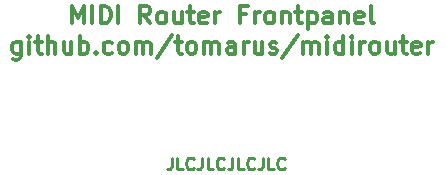
<source format=gbr>
G04 #@! TF.GenerationSoftware,KiCad,Pcbnew,5.0.2+dfsg1-1*
G04 #@! TF.CreationDate,2020-04-26T20:45:05+02:00*
G04 #@! TF.ProjectId,frontpanel,66726f6e-7470-4616-9e65-6c2e6b696361,rev?*
G04 #@! TF.SameCoordinates,Original*
G04 #@! TF.FileFunction,Legend,Top*
G04 #@! TF.FilePolarity,Positive*
%FSLAX46Y46*%
G04 Gerber Fmt 4.6, Leading zero omitted, Abs format (unit mm)*
G04 Created by KiCad (PCBNEW 5.0.2+dfsg1-1) date Sun 26 Apr 2020 08:45:05 PM CEST*
%MOMM*%
%LPD*%
G01*
G04 APERTURE LIST*
%ADD10C,0.300000*%
%ADD11C,0.250000*%
G04 APERTURE END LIST*
D10*
X10035714Y-195203571D02*
X10035714Y-193703571D01*
X10535714Y-194775000D01*
X11035714Y-193703571D01*
X11035714Y-195203571D01*
X11749999Y-195203571D02*
X11749999Y-193703571D01*
X12464285Y-195203571D02*
X12464285Y-193703571D01*
X12821428Y-193703571D01*
X13035714Y-193775000D01*
X13178571Y-193917857D01*
X13249999Y-194060714D01*
X13321428Y-194346428D01*
X13321428Y-194560714D01*
X13249999Y-194846428D01*
X13178571Y-194989285D01*
X13035714Y-195132142D01*
X12821428Y-195203571D01*
X12464285Y-195203571D01*
X13964285Y-195203571D02*
X13964285Y-193703571D01*
X16678571Y-195203571D02*
X16178571Y-194489285D01*
X15821428Y-195203571D02*
X15821428Y-193703571D01*
X16392857Y-193703571D01*
X16535714Y-193775000D01*
X16607142Y-193846428D01*
X16678571Y-193989285D01*
X16678571Y-194203571D01*
X16607142Y-194346428D01*
X16535714Y-194417857D01*
X16392857Y-194489285D01*
X15821428Y-194489285D01*
X17535714Y-195203571D02*
X17392857Y-195132142D01*
X17321428Y-195060714D01*
X17250000Y-194917857D01*
X17250000Y-194489285D01*
X17321428Y-194346428D01*
X17392857Y-194275000D01*
X17535714Y-194203571D01*
X17750000Y-194203571D01*
X17892857Y-194275000D01*
X17964285Y-194346428D01*
X18035714Y-194489285D01*
X18035714Y-194917857D01*
X17964285Y-195060714D01*
X17892857Y-195132142D01*
X17750000Y-195203571D01*
X17535714Y-195203571D01*
X19321428Y-194203571D02*
X19321428Y-195203571D01*
X18678571Y-194203571D02*
X18678571Y-194989285D01*
X18750000Y-195132142D01*
X18892857Y-195203571D01*
X19107142Y-195203571D01*
X19250000Y-195132142D01*
X19321428Y-195060714D01*
X19821428Y-194203571D02*
X20392857Y-194203571D01*
X20035714Y-193703571D02*
X20035714Y-194989285D01*
X20107142Y-195132142D01*
X20249999Y-195203571D01*
X20392857Y-195203571D01*
X21464285Y-195132142D02*
X21321428Y-195203571D01*
X21035714Y-195203571D01*
X20892857Y-195132142D01*
X20821428Y-194989285D01*
X20821428Y-194417857D01*
X20892857Y-194275000D01*
X21035714Y-194203571D01*
X21321428Y-194203571D01*
X21464285Y-194275000D01*
X21535714Y-194417857D01*
X21535714Y-194560714D01*
X20821428Y-194703571D01*
X22178571Y-195203571D02*
X22178571Y-194203571D01*
X22178571Y-194489285D02*
X22249999Y-194346428D01*
X22321428Y-194275000D01*
X22464285Y-194203571D01*
X22607142Y-194203571D01*
X24749999Y-194417857D02*
X24249999Y-194417857D01*
X24249999Y-195203571D02*
X24249999Y-193703571D01*
X24964285Y-193703571D01*
X25535714Y-195203571D02*
X25535714Y-194203571D01*
X25535714Y-194489285D02*
X25607142Y-194346428D01*
X25678571Y-194275000D01*
X25821428Y-194203571D01*
X25964285Y-194203571D01*
X26678571Y-195203571D02*
X26535714Y-195132142D01*
X26464285Y-195060714D01*
X26392857Y-194917857D01*
X26392857Y-194489285D01*
X26464285Y-194346428D01*
X26535714Y-194275000D01*
X26678571Y-194203571D01*
X26892857Y-194203571D01*
X27035714Y-194275000D01*
X27107142Y-194346428D01*
X27178571Y-194489285D01*
X27178571Y-194917857D01*
X27107142Y-195060714D01*
X27035714Y-195132142D01*
X26892857Y-195203571D01*
X26678571Y-195203571D01*
X27821428Y-194203571D02*
X27821428Y-195203571D01*
X27821428Y-194346428D02*
X27892857Y-194275000D01*
X28035714Y-194203571D01*
X28250000Y-194203571D01*
X28392857Y-194275000D01*
X28464285Y-194417857D01*
X28464285Y-195203571D01*
X28964285Y-194203571D02*
X29535714Y-194203571D01*
X29178571Y-193703571D02*
X29178571Y-194989285D01*
X29250000Y-195132142D01*
X29392857Y-195203571D01*
X29535714Y-195203571D01*
X30035714Y-194203571D02*
X30035714Y-195703571D01*
X30035714Y-194275000D02*
X30178571Y-194203571D01*
X30464285Y-194203571D01*
X30607142Y-194275000D01*
X30678571Y-194346428D01*
X30750000Y-194489285D01*
X30750000Y-194917857D01*
X30678571Y-195060714D01*
X30607142Y-195132142D01*
X30464285Y-195203571D01*
X30178571Y-195203571D01*
X30035714Y-195132142D01*
X32035714Y-195203571D02*
X32035714Y-194417857D01*
X31964285Y-194275000D01*
X31821428Y-194203571D01*
X31535714Y-194203571D01*
X31392857Y-194275000D01*
X32035714Y-195132142D02*
X31892857Y-195203571D01*
X31535714Y-195203571D01*
X31392857Y-195132142D01*
X31321428Y-194989285D01*
X31321428Y-194846428D01*
X31392857Y-194703571D01*
X31535714Y-194632142D01*
X31892857Y-194632142D01*
X32035714Y-194560714D01*
X32750000Y-194203571D02*
X32750000Y-195203571D01*
X32750000Y-194346428D02*
X32821428Y-194275000D01*
X32964285Y-194203571D01*
X33178571Y-194203571D01*
X33321428Y-194275000D01*
X33392857Y-194417857D01*
X33392857Y-195203571D01*
X34678571Y-195132142D02*
X34535714Y-195203571D01*
X34250000Y-195203571D01*
X34107142Y-195132142D01*
X34035714Y-194989285D01*
X34035714Y-194417857D01*
X34107142Y-194275000D01*
X34250000Y-194203571D01*
X34535714Y-194203571D01*
X34678571Y-194275000D01*
X34750000Y-194417857D01*
X34750000Y-194560714D01*
X34035714Y-194703571D01*
X35607142Y-195203571D02*
X35464285Y-195132142D01*
X35392857Y-194989285D01*
X35392857Y-193703571D01*
X5714285Y-196753571D02*
X5714285Y-197967857D01*
X5642857Y-198110714D01*
X5571428Y-198182142D01*
X5428571Y-198253571D01*
X5214285Y-198253571D01*
X5071428Y-198182142D01*
X5714285Y-197682142D02*
X5571428Y-197753571D01*
X5285714Y-197753571D01*
X5142857Y-197682142D01*
X5071428Y-197610714D01*
X5000000Y-197467857D01*
X5000000Y-197039285D01*
X5071428Y-196896428D01*
X5142857Y-196825000D01*
X5285714Y-196753571D01*
X5571428Y-196753571D01*
X5714285Y-196825000D01*
X6428571Y-197753571D02*
X6428571Y-196753571D01*
X6428571Y-196253571D02*
X6357142Y-196325000D01*
X6428571Y-196396428D01*
X6499999Y-196325000D01*
X6428571Y-196253571D01*
X6428571Y-196396428D01*
X6928571Y-196753571D02*
X7499999Y-196753571D01*
X7142857Y-196253571D02*
X7142857Y-197539285D01*
X7214285Y-197682142D01*
X7357142Y-197753571D01*
X7499999Y-197753571D01*
X7999999Y-197753571D02*
X7999999Y-196253571D01*
X8642857Y-197753571D02*
X8642857Y-196967857D01*
X8571428Y-196825000D01*
X8428571Y-196753571D01*
X8214285Y-196753571D01*
X8071428Y-196825000D01*
X7999999Y-196896428D01*
X9999999Y-196753571D02*
X9999999Y-197753571D01*
X9357142Y-196753571D02*
X9357142Y-197539285D01*
X9428571Y-197682142D01*
X9571428Y-197753571D01*
X9785714Y-197753571D01*
X9928571Y-197682142D01*
X9999999Y-197610714D01*
X10714285Y-197753571D02*
X10714285Y-196253571D01*
X10714285Y-196825000D02*
X10857142Y-196753571D01*
X11142857Y-196753571D01*
X11285714Y-196825000D01*
X11357142Y-196896428D01*
X11428571Y-197039285D01*
X11428571Y-197467857D01*
X11357142Y-197610714D01*
X11285714Y-197682142D01*
X11142857Y-197753571D01*
X10857142Y-197753571D01*
X10714285Y-197682142D01*
X12071428Y-197610714D02*
X12142857Y-197682142D01*
X12071428Y-197753571D01*
X11999999Y-197682142D01*
X12071428Y-197610714D01*
X12071428Y-197753571D01*
X13428571Y-197682142D02*
X13285714Y-197753571D01*
X12999999Y-197753571D01*
X12857142Y-197682142D01*
X12785714Y-197610714D01*
X12714285Y-197467857D01*
X12714285Y-197039285D01*
X12785714Y-196896428D01*
X12857142Y-196825000D01*
X12999999Y-196753571D01*
X13285714Y-196753571D01*
X13428571Y-196825000D01*
X14285714Y-197753571D02*
X14142857Y-197682142D01*
X14071428Y-197610714D01*
X13999999Y-197467857D01*
X13999999Y-197039285D01*
X14071428Y-196896428D01*
X14142857Y-196825000D01*
X14285714Y-196753571D01*
X14499999Y-196753571D01*
X14642857Y-196825000D01*
X14714285Y-196896428D01*
X14785714Y-197039285D01*
X14785714Y-197467857D01*
X14714285Y-197610714D01*
X14642857Y-197682142D01*
X14499999Y-197753571D01*
X14285714Y-197753571D01*
X15428571Y-197753571D02*
X15428571Y-196753571D01*
X15428571Y-196896428D02*
X15499999Y-196825000D01*
X15642857Y-196753571D01*
X15857142Y-196753571D01*
X15999999Y-196825000D01*
X16071428Y-196967857D01*
X16071428Y-197753571D01*
X16071428Y-196967857D02*
X16142857Y-196825000D01*
X16285714Y-196753571D01*
X16499999Y-196753571D01*
X16642857Y-196825000D01*
X16714285Y-196967857D01*
X16714285Y-197753571D01*
X18500000Y-196182142D02*
X17214285Y-198110714D01*
X18785714Y-196753571D02*
X19357142Y-196753571D01*
X18999999Y-196253571D02*
X18999999Y-197539285D01*
X19071428Y-197682142D01*
X19214285Y-197753571D01*
X19357142Y-197753571D01*
X20071428Y-197753571D02*
X19928571Y-197682142D01*
X19857142Y-197610714D01*
X19785714Y-197467857D01*
X19785714Y-197039285D01*
X19857142Y-196896428D01*
X19928571Y-196825000D01*
X20071428Y-196753571D01*
X20285714Y-196753571D01*
X20428571Y-196825000D01*
X20499999Y-196896428D01*
X20571428Y-197039285D01*
X20571428Y-197467857D01*
X20499999Y-197610714D01*
X20428571Y-197682142D01*
X20285714Y-197753571D01*
X20071428Y-197753571D01*
X21214285Y-197753571D02*
X21214285Y-196753571D01*
X21214285Y-196896428D02*
X21285714Y-196825000D01*
X21428571Y-196753571D01*
X21642857Y-196753571D01*
X21785714Y-196825000D01*
X21857142Y-196967857D01*
X21857142Y-197753571D01*
X21857142Y-196967857D02*
X21928571Y-196825000D01*
X22071428Y-196753571D01*
X22285714Y-196753571D01*
X22428571Y-196825000D01*
X22499999Y-196967857D01*
X22499999Y-197753571D01*
X23857142Y-197753571D02*
X23857142Y-196967857D01*
X23785714Y-196825000D01*
X23642857Y-196753571D01*
X23357142Y-196753571D01*
X23214285Y-196825000D01*
X23857142Y-197682142D02*
X23714285Y-197753571D01*
X23357142Y-197753571D01*
X23214285Y-197682142D01*
X23142857Y-197539285D01*
X23142857Y-197396428D01*
X23214285Y-197253571D01*
X23357142Y-197182142D01*
X23714285Y-197182142D01*
X23857142Y-197110714D01*
X24571428Y-197753571D02*
X24571428Y-196753571D01*
X24571428Y-197039285D02*
X24642857Y-196896428D01*
X24714285Y-196825000D01*
X24857142Y-196753571D01*
X25000000Y-196753571D01*
X26142857Y-196753571D02*
X26142857Y-197753571D01*
X25500000Y-196753571D02*
X25500000Y-197539285D01*
X25571428Y-197682142D01*
X25714285Y-197753571D01*
X25928571Y-197753571D01*
X26071428Y-197682142D01*
X26142857Y-197610714D01*
X26785714Y-197682142D02*
X26928571Y-197753571D01*
X27214285Y-197753571D01*
X27357142Y-197682142D01*
X27428571Y-197539285D01*
X27428571Y-197467857D01*
X27357142Y-197325000D01*
X27214285Y-197253571D01*
X27000000Y-197253571D01*
X26857142Y-197182142D01*
X26785714Y-197039285D01*
X26785714Y-196967857D01*
X26857142Y-196825000D01*
X27000000Y-196753571D01*
X27214285Y-196753571D01*
X27357142Y-196825000D01*
X29142857Y-196182142D02*
X27857142Y-198110714D01*
X29642857Y-197753571D02*
X29642857Y-196753571D01*
X29642857Y-196896428D02*
X29714285Y-196825000D01*
X29857142Y-196753571D01*
X30071428Y-196753571D01*
X30214285Y-196825000D01*
X30285714Y-196967857D01*
X30285714Y-197753571D01*
X30285714Y-196967857D02*
X30357142Y-196825000D01*
X30499999Y-196753571D01*
X30714285Y-196753571D01*
X30857142Y-196825000D01*
X30928571Y-196967857D01*
X30928571Y-197753571D01*
X31642857Y-197753571D02*
X31642857Y-196753571D01*
X31642857Y-196253571D02*
X31571428Y-196325000D01*
X31642857Y-196396428D01*
X31714285Y-196325000D01*
X31642857Y-196253571D01*
X31642857Y-196396428D01*
X32999999Y-197753571D02*
X32999999Y-196253571D01*
X32999999Y-197682142D02*
X32857142Y-197753571D01*
X32571428Y-197753571D01*
X32428571Y-197682142D01*
X32357142Y-197610714D01*
X32285714Y-197467857D01*
X32285714Y-197039285D01*
X32357142Y-196896428D01*
X32428571Y-196825000D01*
X32571428Y-196753571D01*
X32857142Y-196753571D01*
X32999999Y-196825000D01*
X33714285Y-197753571D02*
X33714285Y-196753571D01*
X33714285Y-196253571D02*
X33642857Y-196325000D01*
X33714285Y-196396428D01*
X33785714Y-196325000D01*
X33714285Y-196253571D01*
X33714285Y-196396428D01*
X34428571Y-197753571D02*
X34428571Y-196753571D01*
X34428571Y-197039285D02*
X34500000Y-196896428D01*
X34571428Y-196825000D01*
X34714285Y-196753571D01*
X34857142Y-196753571D01*
X35571428Y-197753571D02*
X35428571Y-197682142D01*
X35357142Y-197610714D01*
X35285714Y-197467857D01*
X35285714Y-197039285D01*
X35357142Y-196896428D01*
X35428571Y-196825000D01*
X35571428Y-196753571D01*
X35785714Y-196753571D01*
X35928571Y-196825000D01*
X36000000Y-196896428D01*
X36071428Y-197039285D01*
X36071428Y-197467857D01*
X36000000Y-197610714D01*
X35928571Y-197682142D01*
X35785714Y-197753571D01*
X35571428Y-197753571D01*
X37357142Y-196753571D02*
X37357142Y-197753571D01*
X36714285Y-196753571D02*
X36714285Y-197539285D01*
X36785714Y-197682142D01*
X36928571Y-197753571D01*
X37142857Y-197753571D01*
X37285714Y-197682142D01*
X37357142Y-197610714D01*
X37857142Y-196753571D02*
X38428571Y-196753571D01*
X38071428Y-196253571D02*
X38071428Y-197539285D01*
X38142857Y-197682142D01*
X38285714Y-197753571D01*
X38428571Y-197753571D01*
X39500000Y-197682142D02*
X39357142Y-197753571D01*
X39071428Y-197753571D01*
X38928571Y-197682142D01*
X38857142Y-197539285D01*
X38857142Y-196967857D01*
X38928571Y-196825000D01*
X39071428Y-196753571D01*
X39357142Y-196753571D01*
X39500000Y-196825000D01*
X39571428Y-196967857D01*
X39571428Y-197110714D01*
X38857142Y-197253571D01*
X40214285Y-197753571D02*
X40214285Y-196753571D01*
X40214285Y-197039285D02*
X40285714Y-196896428D01*
X40357142Y-196825000D01*
X40500000Y-196753571D01*
X40642857Y-196753571D01*
D11*
X18480952Y-206552380D02*
X18480952Y-207266666D01*
X18433333Y-207409523D01*
X18338095Y-207504761D01*
X18195238Y-207552380D01*
X18100000Y-207552380D01*
X19433333Y-207552380D02*
X18957142Y-207552380D01*
X18957142Y-206552380D01*
X20338095Y-207457142D02*
X20290476Y-207504761D01*
X20147619Y-207552380D01*
X20052380Y-207552380D01*
X19909523Y-207504761D01*
X19814285Y-207409523D01*
X19766666Y-207314285D01*
X19719047Y-207123809D01*
X19719047Y-206980952D01*
X19766666Y-206790476D01*
X19814285Y-206695238D01*
X19909523Y-206600000D01*
X20052380Y-206552380D01*
X20147619Y-206552380D01*
X20290476Y-206600000D01*
X20338095Y-206647619D01*
X21052380Y-206552380D02*
X21052380Y-207266666D01*
X21004761Y-207409523D01*
X20909523Y-207504761D01*
X20766666Y-207552380D01*
X20671428Y-207552380D01*
X22004761Y-207552380D02*
X21528571Y-207552380D01*
X21528571Y-206552380D01*
X22909523Y-207457142D02*
X22861904Y-207504761D01*
X22719047Y-207552380D01*
X22623809Y-207552380D01*
X22480952Y-207504761D01*
X22385714Y-207409523D01*
X22338095Y-207314285D01*
X22290476Y-207123809D01*
X22290476Y-206980952D01*
X22338095Y-206790476D01*
X22385714Y-206695238D01*
X22480952Y-206600000D01*
X22623809Y-206552380D01*
X22719047Y-206552380D01*
X22861904Y-206600000D01*
X22909523Y-206647619D01*
X23623809Y-206552380D02*
X23623809Y-207266666D01*
X23576190Y-207409523D01*
X23480952Y-207504761D01*
X23338095Y-207552380D01*
X23242857Y-207552380D01*
X24576190Y-207552380D02*
X24100000Y-207552380D01*
X24100000Y-206552380D01*
X25480952Y-207457142D02*
X25433333Y-207504761D01*
X25290476Y-207552380D01*
X25195238Y-207552380D01*
X25052380Y-207504761D01*
X24957142Y-207409523D01*
X24909523Y-207314285D01*
X24861904Y-207123809D01*
X24861904Y-206980952D01*
X24909523Y-206790476D01*
X24957142Y-206695238D01*
X25052380Y-206600000D01*
X25195238Y-206552380D01*
X25290476Y-206552380D01*
X25433333Y-206600000D01*
X25480952Y-206647619D01*
X26195238Y-206552380D02*
X26195238Y-207266666D01*
X26147619Y-207409523D01*
X26052380Y-207504761D01*
X25909523Y-207552380D01*
X25814285Y-207552380D01*
X27147619Y-207552380D02*
X26671428Y-207552380D01*
X26671428Y-206552380D01*
X28052380Y-207457142D02*
X28004761Y-207504761D01*
X27861904Y-207552380D01*
X27766666Y-207552380D01*
X27623809Y-207504761D01*
X27528571Y-207409523D01*
X27480952Y-207314285D01*
X27433333Y-207123809D01*
X27433333Y-206980952D01*
X27480952Y-206790476D01*
X27528571Y-206695238D01*
X27623809Y-206600000D01*
X27766666Y-206552380D01*
X27861904Y-206552380D01*
X28004761Y-206600000D01*
X28052380Y-206647619D01*
M02*

</source>
